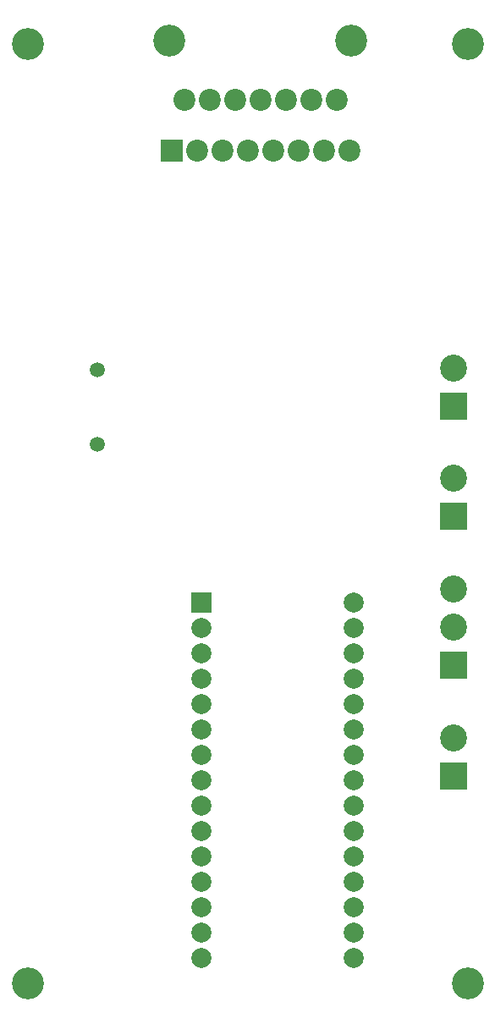
<source format=gbs>
G04 DipTrace 3.3.1.3*
G04 SkyeTrackerV8.0.gbs*
%MOIN*%
G04 #@! TF.FileFunction,Soldermask,Bot*
G04 #@! TF.Part,Single*
%ADD35R,0.07874X0.07874*%
%ADD36C,0.07874*%
%ADD44C,0.059055*%
%ADD45C,0.125984*%
%ADD58C,0.125984*%
%ADD60C,0.086614*%
%ADD61R,0.086614X0.086614*%
%ADD72C,0.106299*%
%ADD74R,0.106299X0.106299*%
%FSLAX26Y26*%
G04*
G70*
G90*
G75*
G01*
G04 BotMask*
%LPD*%
D44*
X787400Y2638210D3*
Y2929549D3*
D74*
X2192205Y1329822D3*
D72*
Y1479822D3*
D74*
X2192223Y2353444D3*
D72*
Y2503444D3*
D74*
Y2786514D3*
D72*
Y2936514D3*
D35*
X1200035Y2012621D3*
D36*
Y1912621D3*
Y1812621D3*
Y1712621D3*
Y1612621D3*
Y1512621D3*
Y1412621D3*
Y1312621D3*
Y1212621D3*
Y1112621D3*
Y1012621D3*
Y912621D3*
Y812621D3*
Y712621D3*
Y612621D3*
X1800035D3*
Y712621D3*
Y812621D3*
Y912621D3*
Y1012621D3*
Y1112621D3*
Y1212621D3*
Y1312621D3*
Y1412621D3*
Y1512621D3*
Y1612621D3*
Y1712621D3*
Y1812621D3*
Y1912621D3*
Y2012621D3*
D61*
X1081273Y3794058D3*
D60*
X1131273Y3994058D3*
X1181273Y3794058D3*
X1231273Y3994058D3*
X1281273Y3794058D3*
X1331273Y3994058D3*
X1381273Y3794058D3*
X1431273Y3994058D3*
X1481273Y3794058D3*
X1531273Y3994058D3*
X1581273Y3794058D3*
X1631273Y3994058D3*
X1681273Y3794058D3*
X1731273Y3994058D3*
X1781273Y3794058D3*
D58*
X1073399Y4227129D3*
X1789147D3*
D74*
X2192223Y1766633D3*
D72*
Y1916633D3*
Y2066633D3*
D45*
X515163Y512264D3*
Y4213051D3*
X2247446D3*
Y512264D3*
M02*

</source>
